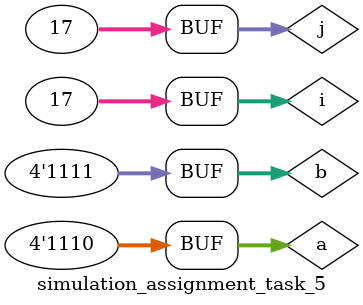
<source format=v>
module Task_5 (a, b, out);
  input [3:0] a, b;
  output [3:0] out;
  reg [3:0] out;
  reg sel0, sel1;
  reg [2:0] subtract_out;
  
  always@(*)
  begin
    sel0 = a[3] ^ b[3];
    sel1 = (a[3] > b[3]) ? 0 : 1;
    subtract_out = (sel1 == 0) ? a[2:0] - b[2:0] : b[2:0] - a[2:0];
    out = (sel0 == 0) ? (a[2:0] + b[2:0]) : subtract_out;
    out[3] = (sel1 == 0) ? a[3] : b[3];
  end
  
endmodule

module simulation_assignment_task_5();
  
  reg [3:0] a, b;
  wire [3:0] out;
  
  Task_5 T5 (a, b, out);
  
  integer i, j;
  
  initial
  begin
    for (i = 2; i < 16; i = i + 3)
    begin
     a = i;
     for (j = 1; j < 16; j = j + 2)
     begin
       #10
       b = j;
     end     
    end
  end
  
  initial
  begin
    $monitor("a =  %d , b = %d , out = %d", a, b, out);  
  end
endmodule

</source>
